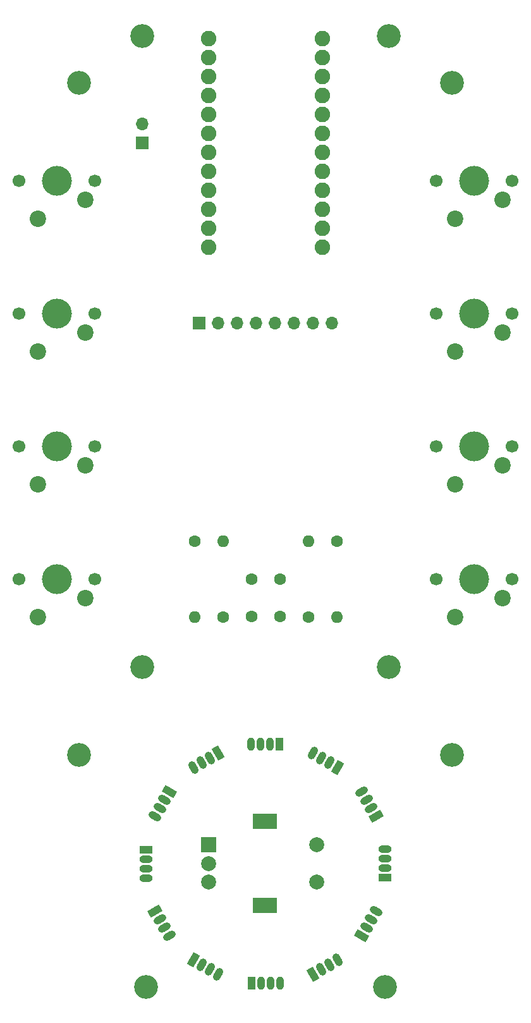
<source format=gbr>
G04 #@! TF.GenerationSoftware,KiCad,Pcbnew,(6.0.0)*
G04 #@! TF.CreationDate,2022-01-02T21:04:18+02:00*
G04 #@! TF.ProjectId,inkkeys,696e6b6b-6579-4732-9e6b-696361645f70,rev?*
G04 #@! TF.SameCoordinates,Original*
G04 #@! TF.FileFunction,Soldermask,Bot*
G04 #@! TF.FilePolarity,Negative*
%FSLAX46Y46*%
G04 Gerber Fmt 4.6, Leading zero omitted, Abs format (unit mm)*
G04 Created by KiCad (PCBNEW (6.0.0)) date 2022-01-02 21:04:18*
%MOMM*%
%LPD*%
G01*
G04 APERTURE LIST*
G04 Aperture macros list*
%AMHorizOval*
0 Thick line with rounded ends*
0 $1 width*
0 $2 $3 position (X,Y) of the first rounded end (center of the circle)*
0 $4 $5 position (X,Y) of the second rounded end (center of the circle)*
0 Add line between two ends*
20,1,$1,$2,$3,$4,$5,0*
0 Add two circle primitives to create the rounded ends*
1,1,$1,$2,$3*
1,1,$1,$4,$5*%
%AMRotRect*
0 Rectangle, with rotation*
0 The origin of the aperture is its center*
0 $1 length*
0 $2 width*
0 $3 Rotation angle, in degrees counterclockwise*
0 Add horizontal line*
21,1,$1,$2,0,0,$3*%
G04 Aperture macros list end*
%ADD10HorizOval,1.000000X0.200000X0.346410X-0.200000X-0.346410X0*%
%ADD11RotRect,1.000000X1.800000X150.000000*%
%ADD12HorizOval,1.000000X0.346410X0.200000X-0.346410X-0.200000X0*%
%ADD13RotRect,1.000000X1.800000X120.000000*%
%ADD14O,1.800000X1.000000*%
%ADD15R,1.800000X1.000000*%
%ADD16HorizOval,1.000000X-0.346410X0.200000X0.346410X-0.200000X0*%
%ADD17RotRect,1.000000X1.800000X60.000000*%
%ADD18HorizOval,1.000000X-0.200000X0.346410X0.200000X-0.346410X0*%
%ADD19RotRect,1.000000X1.800000X30.000000*%
%ADD20O,1.000000X1.800000*%
%ADD21R,1.000000X1.800000*%
%ADD22HorizOval,1.000000X-0.200000X-0.346410X0.200000X0.346410X0*%
%ADD23RotRect,1.000000X1.800000X330.000000*%
%ADD24HorizOval,1.000000X-0.346410X-0.200000X0.346410X0.200000X0*%
%ADD25RotRect,1.000000X1.800000X300.000000*%
%ADD26RotRect,1.000000X1.800000X240.000000*%
%ADD27RotRect,1.000000X1.800000X210.000000*%
%ADD28C,3.200000*%
%ADD29C,2.082800*%
%ADD30R,1.700000X1.700000*%
%ADD31O,1.700000X1.700000*%
%ADD32C,1.700000*%
%ADD33C,4.000000*%
%ADD34C,2.200000*%
%ADD35C,1.600000*%
%ADD36O,1.600000X1.600000*%
%ADD37C,2.000000*%
%ADD38R,3.200000X2.000000*%
%ADD39R,2.000000X2.000000*%
G04 APERTURE END LIST*
D10*
X96515891Y-135048594D03*
X97615743Y-135683594D03*
X98715596Y-136318594D03*
D11*
X99815448Y-136953594D03*
D12*
X103071406Y-140205891D03*
X103706406Y-141305743D03*
X104341406Y-142405596D03*
D13*
X104976406Y-143505448D03*
D14*
X106170000Y-147950000D03*
X106170000Y-149220000D03*
X106170000Y-150490000D03*
D15*
X106170000Y-151760000D03*
D16*
X104981406Y-156205891D03*
X104346406Y-157305743D03*
X103711406Y-158405596D03*
D17*
X103076406Y-159505448D03*
D18*
X99824109Y-162761406D03*
X98724257Y-163396406D03*
X97624404Y-164031406D03*
D19*
X96524552Y-164666406D03*
D20*
X92080000Y-165860000D03*
X90810000Y-165860000D03*
X89540000Y-165860000D03*
D21*
X88270000Y-165860000D03*
D22*
X83824109Y-164671406D03*
X82724257Y-164036406D03*
X81624404Y-163401406D03*
D23*
X80524552Y-162766406D03*
D24*
X77268594Y-159514109D03*
X76633594Y-158414257D03*
X75998594Y-157314404D03*
D25*
X75363594Y-156214552D03*
D14*
X74170000Y-151770000D03*
X74170000Y-150500000D03*
X74170000Y-149230000D03*
D15*
X74170000Y-147960000D03*
D16*
X75358594Y-143514109D03*
X75993594Y-142414257D03*
X76628594Y-141314404D03*
D26*
X77263594Y-140214552D03*
D18*
X80515891Y-136958594D03*
X81615743Y-136323594D03*
X82715596Y-135688594D03*
D27*
X83815448Y-135053594D03*
D20*
X88260000Y-133860000D03*
X89530000Y-133860000D03*
X90800000Y-133860000D03*
D21*
X92070000Y-133860000D03*
D28*
X115170000Y-45330000D03*
X65170000Y-45330000D03*
X74170000Y-166330000D03*
X115170000Y-135330000D03*
X106170000Y-166330000D03*
X65170000Y-135330000D03*
X73670000Y-123530000D03*
X106670000Y-123530000D03*
X73670000Y-39030000D03*
X106670000Y-39030000D03*
D29*
X82550000Y-39370000D03*
X82550000Y-41910000D03*
X82550000Y-44450000D03*
X82550000Y-46990000D03*
X82550000Y-49530000D03*
X82550000Y-52070000D03*
X82550000Y-54610000D03*
X82550000Y-57150000D03*
X82550000Y-59690000D03*
X82550000Y-62230000D03*
X82550000Y-64770000D03*
X82550000Y-67310000D03*
X97790000Y-67310000D03*
X97790000Y-64770000D03*
X97790000Y-62230000D03*
X97790000Y-59690000D03*
X97790000Y-57150000D03*
X97790000Y-54610000D03*
X97790000Y-52070000D03*
X97790000Y-49530000D03*
X97790000Y-46990000D03*
X97790000Y-44450000D03*
X97790000Y-41910000D03*
X97790000Y-39370000D03*
D30*
X81280000Y-77470000D03*
D31*
X83820000Y-77470000D03*
X86360000Y-77470000D03*
X88900000Y-77470000D03*
X91440000Y-77470000D03*
X93980000Y-77470000D03*
X96520000Y-77470000D03*
X99060000Y-77470000D03*
X73660000Y-50800000D03*
D30*
X73660000Y-53340000D03*
D32*
X57150000Y-58420000D03*
X67310000Y-58420000D03*
D33*
X62230000Y-58420000D03*
D34*
X66040000Y-60960000D03*
X59690000Y-63500000D03*
X59690000Y-81280000D03*
X66040000Y-78740000D03*
D33*
X62230000Y-76200000D03*
D32*
X67310000Y-76200000D03*
X57150000Y-76200000D03*
D34*
X59690000Y-99060000D03*
X66040000Y-96520000D03*
D33*
X62230000Y-93980000D03*
D32*
X67310000Y-93980000D03*
X57150000Y-93980000D03*
X57150000Y-111760000D03*
X67310000Y-111760000D03*
D33*
X62230000Y-111760000D03*
D34*
X66040000Y-114300000D03*
X59690000Y-116840000D03*
X115570000Y-63500000D03*
X121920000Y-60960000D03*
D33*
X118110000Y-58420000D03*
D32*
X123190000Y-58420000D03*
X113030000Y-58420000D03*
X113030000Y-76200000D03*
X123190000Y-76200000D03*
D33*
X118110000Y-76200000D03*
D34*
X121920000Y-78740000D03*
X115570000Y-81280000D03*
X115570000Y-99060000D03*
X121920000Y-96520000D03*
D33*
X118110000Y-93980000D03*
D32*
X123190000Y-93980000D03*
X113030000Y-93980000D03*
X113030000Y-111760000D03*
X123190000Y-111760000D03*
D33*
X118110000Y-111760000D03*
D34*
X121920000Y-114300000D03*
X115570000Y-116840000D03*
D35*
X88265000Y-111760000D03*
X88265000Y-116760000D03*
X92075000Y-116760000D03*
X92075000Y-111760000D03*
D36*
X95885000Y-106680000D03*
D35*
X95885000Y-116840000D03*
X84455000Y-116840000D03*
D36*
X84455000Y-106680000D03*
X99695000Y-116840000D03*
D35*
X99695000Y-106680000D03*
X80645000Y-106680000D03*
D36*
X80645000Y-116840000D03*
D37*
X97050000Y-152320000D03*
X97050000Y-147320000D03*
D38*
X90050000Y-155420000D03*
X90050000Y-144220000D03*
D37*
X82550000Y-152320000D03*
X82550000Y-149820000D03*
D39*
X82550000Y-147320000D03*
M02*

</source>
